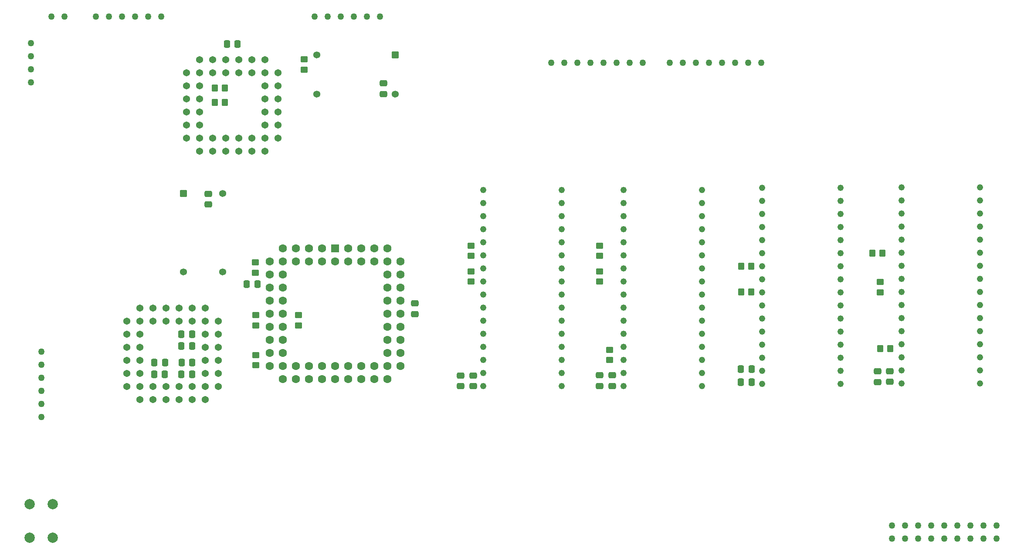
<source format=gbr>
%TF.GenerationSoftware,KiCad,Pcbnew,(6.0.0)*%
%TF.CreationDate,2024-06-19T19:19:11-04:00*%
%TF.ProjectId,MCD_Rev2,4d43445f-5265-4763-922e-6b696361645f,rev?*%
%TF.SameCoordinates,Original*%
%TF.FileFunction,Soldermask,Bot*%
%TF.FilePolarity,Negative*%
%FSLAX46Y46*%
G04 Gerber Fmt 4.6, Leading zero omitted, Abs format (unit mm)*
G04 Created by KiCad (PCBNEW (6.0.0)) date 2024-06-19 19:19:11*
%MOMM*%
%LPD*%
G01*
G04 APERTURE LIST*
G04 Aperture macros list*
%AMRoundRect*
0 Rectangle with rounded corners*
0 $1 Rounding radius*
0 $2 $3 $4 $5 $6 $7 $8 $9 X,Y pos of 4 corners*
0 Add a 4 corners polygon primitive as box body*
4,1,4,$2,$3,$4,$5,$6,$7,$8,$9,$2,$3,0*
0 Add four circle primitives for the rounded corners*
1,1,$1+$1,$2,$3*
1,1,$1+$1,$4,$5*
1,1,$1+$1,$6,$7*
1,1,$1+$1,$8,$9*
0 Add four rect primitives between the rounded corners*
20,1,$1+$1,$2,$3,$4,$5,0*
20,1,$1+$1,$4,$5,$6,$7,0*
20,1,$1+$1,$6,$7,$8,$9,0*
20,1,$1+$1,$8,$9,$2,$3,0*%
G04 Aperture macros list end*
%ADD10C,1.270000*%
%ADD11C,1.244600*%
%ADD12C,2.000000*%
%ADD13C,1.371600*%
%ADD14RoundRect,0.102000X0.579000X0.579000X-0.579000X0.579000X-0.579000X-0.579000X0.579000X-0.579000X0*%
%ADD15C,1.362000*%
%ADD16RoundRect,0.102000X-0.579000X0.579000X-0.579000X-0.579000X0.579000X-0.579000X0.579000X0.579000X0*%
%ADD17RoundRect,0.102000X-0.700000X-0.700000X0.700000X-0.700000X0.700000X0.700000X-0.700000X0.700000X0*%
%ADD18C,1.604000*%
%ADD19RoundRect,0.250000X-0.350000X-0.450000X0.350000X-0.450000X0.350000X0.450000X-0.350000X0.450000X0*%
%ADD20RoundRect,0.250000X0.350000X0.450000X-0.350000X0.450000X-0.350000X-0.450000X0.350000X-0.450000X0*%
%ADD21RoundRect,0.250000X0.475000X-0.337500X0.475000X0.337500X-0.475000X0.337500X-0.475000X-0.337500X0*%
%ADD22RoundRect,0.250000X0.450000X-0.350000X0.450000X0.350000X-0.450000X0.350000X-0.450000X-0.350000X0*%
%ADD23RoundRect,0.250000X0.337500X0.475000X-0.337500X0.475000X-0.337500X-0.475000X0.337500X-0.475000X0*%
%ADD24RoundRect,0.250000X-0.450000X0.350000X-0.450000X-0.350000X0.450000X-0.350000X0.450000X0.350000X0*%
%ADD25RoundRect,0.250000X-0.337500X-0.475000X0.337500X-0.475000X0.337500X0.475000X-0.337500X0.475000X0*%
%ADD26RoundRect,0.250000X-0.475000X0.337500X-0.475000X-0.337500X0.475000X-0.337500X0.475000X0.337500X0*%
G04 APERTURE END LIST*
D10*
%TO.C,J8*%
X130867123Y-78570000D03*
X128327123Y-78570000D03*
X125787123Y-78570000D03*
X123247123Y-78570000D03*
X120707123Y-78570000D03*
X118167123Y-78570000D03*
%TD*%
D11*
%TO.C,U4*%
X208667123Y-150370000D03*
X208667123Y-147830000D03*
X208667123Y-145290000D03*
X208667123Y-142750000D03*
X208667123Y-140210000D03*
X208667123Y-137670000D03*
X208667123Y-135130000D03*
X208667123Y-132590000D03*
X208667123Y-130050000D03*
X208667123Y-127510000D03*
X208667123Y-124970000D03*
X208667123Y-122430000D03*
X208667123Y-119890000D03*
X208667123Y-117350000D03*
X208667123Y-114810000D03*
X208667123Y-112270000D03*
X193427123Y-112270000D03*
X193427123Y-114810000D03*
X193427123Y-117350000D03*
X193427123Y-119890000D03*
X193427123Y-122430000D03*
X193427123Y-124970000D03*
X193427123Y-127510000D03*
X193427123Y-130050000D03*
X193427123Y-132590000D03*
X193427123Y-135130000D03*
X193427123Y-137670000D03*
X193427123Y-140210000D03*
X193427123Y-142750000D03*
X193427123Y-145290000D03*
X193427123Y-147830000D03*
X193427123Y-150370000D03*
%TD*%
D10*
%TO.C,J4*%
X105517123Y-83760000D03*
X105517123Y-86300000D03*
X105517123Y-88840000D03*
X105517123Y-91380000D03*
%TD*%
D11*
%TO.C,U3*%
X289907123Y-149870000D03*
X289907123Y-147330000D03*
X289907123Y-144790000D03*
X289907123Y-142250000D03*
X289907123Y-139710000D03*
X289907123Y-137170000D03*
X289907123Y-134630000D03*
X289907123Y-132090000D03*
X289907123Y-129550000D03*
X289907123Y-127010000D03*
X289907123Y-124470000D03*
X289907123Y-121930000D03*
X289907123Y-119390000D03*
X289907123Y-116850000D03*
X289907123Y-114310000D03*
X289907123Y-111770000D03*
X274667123Y-111770000D03*
X274667123Y-114310000D03*
X274667123Y-116850000D03*
X274667123Y-119390000D03*
X274667123Y-121930000D03*
X274667123Y-124470000D03*
X274667123Y-127010000D03*
X274667123Y-129550000D03*
X274667123Y-132090000D03*
X274667123Y-134630000D03*
X274667123Y-137170000D03*
X274667123Y-139710000D03*
X274667123Y-142250000D03*
X274667123Y-144790000D03*
X274667123Y-147330000D03*
X274667123Y-149870000D03*
%TD*%
D12*
%TO.C,SW1*%
X105267123Y-173320000D03*
X105267123Y-179820000D03*
X109767123Y-179820000D03*
X109767123Y-173320000D03*
%TD*%
D10*
%TO.C,J5*%
X107567123Y-156420000D03*
X107567123Y-153880000D03*
X107567123Y-151340000D03*
X107567123Y-148800000D03*
X107567123Y-146260000D03*
X107567123Y-143720000D03*
%TD*%
D11*
%TO.C,U5*%
X262837123Y-149910000D03*
X262837123Y-147370000D03*
X262837123Y-144830000D03*
X262837123Y-142290000D03*
X262837123Y-139750000D03*
X262837123Y-137210000D03*
X262837123Y-134670000D03*
X262837123Y-132130000D03*
X262837123Y-129590000D03*
X262837123Y-127050000D03*
X262837123Y-124510000D03*
X262837123Y-121970000D03*
X262837123Y-119430000D03*
X262837123Y-116890000D03*
X262837123Y-114350000D03*
X262837123Y-111810000D03*
X247597123Y-111810000D03*
X247597123Y-114350000D03*
X247597123Y-116890000D03*
X247597123Y-119430000D03*
X247597123Y-121970000D03*
X247597123Y-124510000D03*
X247597123Y-127050000D03*
X247597123Y-129590000D03*
X247597123Y-132130000D03*
X247597123Y-134670000D03*
X247597123Y-137210000D03*
X247597123Y-139750000D03*
X247597123Y-142290000D03*
X247597123Y-144830000D03*
X247597123Y-147370000D03*
X247597123Y-149910000D03*
%TD*%
%TO.C,U2*%
X235907123Y-150370000D03*
X235907123Y-147830000D03*
X235907123Y-145290000D03*
X235907123Y-142750000D03*
X235907123Y-140210000D03*
X235907123Y-137670000D03*
X235907123Y-135130000D03*
X235907123Y-132590000D03*
X235907123Y-130050000D03*
X235907123Y-127510000D03*
X235907123Y-124970000D03*
X235907123Y-122430000D03*
X235907123Y-119890000D03*
X235907123Y-117350000D03*
X235907123Y-114810000D03*
X235907123Y-112270000D03*
X220667123Y-112270000D03*
X220667123Y-114810000D03*
X220667123Y-117350000D03*
X220667123Y-119890000D03*
X220667123Y-122430000D03*
X220667123Y-124970000D03*
X220667123Y-127510000D03*
X220667123Y-130050000D03*
X220667123Y-132590000D03*
X220667123Y-135130000D03*
X220667123Y-137670000D03*
X220667123Y-140210000D03*
X220667123Y-142750000D03*
X220667123Y-145290000D03*
X220667123Y-147830000D03*
X220667123Y-150370000D03*
%TD*%
D13*
%TO.C,U6*%
X145937123Y-89520000D03*
X143397123Y-86980000D03*
X143397123Y-89520000D03*
X140857123Y-86980000D03*
X140857123Y-89520000D03*
X138317123Y-86980000D03*
X135777123Y-89520000D03*
X138317123Y-89520000D03*
X135777123Y-92060000D03*
X138317123Y-92060000D03*
X135777123Y-94600000D03*
X138317123Y-94600000D03*
X135777123Y-97140000D03*
X138317123Y-97140000D03*
X135777123Y-99680000D03*
X138317123Y-99680000D03*
X135777123Y-102220000D03*
X138317123Y-104760000D03*
X138317123Y-102220000D03*
X140857123Y-104760000D03*
X140857123Y-102220000D03*
X143397123Y-104760000D03*
X143397123Y-102220000D03*
X145937123Y-104760000D03*
X145937123Y-102220000D03*
X148477123Y-104760000D03*
X148477123Y-102220000D03*
X151017123Y-104760000D03*
X153557123Y-102220000D03*
X151017123Y-102220000D03*
X153557123Y-99680000D03*
X151017123Y-99680000D03*
X153557123Y-97140000D03*
X151017123Y-97140000D03*
X153557123Y-94600000D03*
X151017123Y-94600000D03*
X153557123Y-92060000D03*
X151017123Y-92060000D03*
X153557123Y-89520000D03*
X151017123Y-86980000D03*
X151017123Y-89520000D03*
X148477123Y-86980000D03*
X148477123Y-89520000D03*
X145937123Y-86980000D03*
%TD*%
D10*
%TO.C,J3*%
X293177123Y-177501105D03*
X293177123Y-180041105D03*
X290637123Y-177501105D03*
X290637123Y-180041105D03*
X288097123Y-177501105D03*
X288097123Y-180041105D03*
X285557123Y-177501105D03*
X285557123Y-180041105D03*
X283017123Y-177501105D03*
X283017123Y-180041105D03*
X280477123Y-177501105D03*
X280477123Y-180041105D03*
X277937123Y-177501105D03*
X277937123Y-180041105D03*
X275397123Y-177501105D03*
X275397123Y-180041105D03*
X272857123Y-177501105D03*
X272857123Y-180041105D03*
%TD*%
D14*
%TO.C,Y1*%
X176287123Y-86060000D03*
D15*
X161047123Y-86060000D03*
X161047123Y-93680000D03*
X176287123Y-93680000D03*
%TD*%
D10*
%TO.C,J1*%
X206627123Y-87570000D03*
X209167123Y-87570000D03*
X211707123Y-87570000D03*
X214247123Y-87570000D03*
X216787123Y-87570000D03*
X219327123Y-87570000D03*
X221867123Y-87570000D03*
X224407123Y-87570000D03*
%TD*%
D13*
%TO.C,U1*%
X134337123Y-137720000D03*
X131797123Y-135180000D03*
X131797123Y-137720000D03*
X129257123Y-135180000D03*
X129257123Y-137720000D03*
X126717123Y-135180000D03*
X124177123Y-137720000D03*
X126717123Y-137720000D03*
X124177123Y-140260000D03*
X126717123Y-140260000D03*
X124177123Y-142800000D03*
X126717123Y-142800000D03*
X124177123Y-145340000D03*
X126717123Y-145340000D03*
X124177123Y-147880000D03*
X126717123Y-147880000D03*
X124177123Y-150420000D03*
X126717123Y-152960000D03*
X126717123Y-150420000D03*
X129257123Y-152960000D03*
X129257123Y-150420000D03*
X131797123Y-152960000D03*
X131797123Y-150420000D03*
X134337123Y-152960000D03*
X134337123Y-150420000D03*
X136877123Y-152960000D03*
X136877123Y-150420000D03*
X139417123Y-152960000D03*
X141957123Y-150420000D03*
X139417123Y-150420000D03*
X141957123Y-147880000D03*
X139417123Y-147880000D03*
X141957123Y-145340000D03*
X139417123Y-145340000D03*
X141957123Y-142800000D03*
X139417123Y-142800000D03*
X141957123Y-140260000D03*
X139417123Y-140260000D03*
X141957123Y-137720000D03*
X139417123Y-135180000D03*
X139417123Y-137720000D03*
X136877123Y-135180000D03*
X136877123Y-137720000D03*
X134337123Y-135180000D03*
%TD*%
D16*
%TO.C,Y2*%
X135207123Y-112950000D03*
D15*
X135207123Y-128190000D03*
X142827123Y-128190000D03*
X142827123Y-112950000D03*
%TD*%
D10*
%TO.C,J6*%
X109477123Y-78570000D03*
X112017123Y-78570000D03*
%TD*%
%TO.C,J2*%
X229627123Y-87570000D03*
X232167123Y-87570000D03*
X234707123Y-87570000D03*
X237247123Y-87570000D03*
X239787123Y-87570000D03*
X242327123Y-87570000D03*
X244867123Y-87570000D03*
X247407123Y-87570000D03*
%TD*%
D17*
%TO.C,U9*%
X164667633Y-123630000D03*
D18*
X164667633Y-126170000D03*
X162127633Y-123630000D03*
X162127633Y-126170000D03*
X159587633Y-123630000D03*
X159587633Y-126170000D03*
X157047633Y-123630000D03*
X157047633Y-126170000D03*
X154507633Y-123630000D03*
X151967633Y-126170000D03*
X154507633Y-126170000D03*
X151967633Y-128710000D03*
X154507633Y-128710000D03*
X151967633Y-131250000D03*
X154507633Y-131250000D03*
X151967633Y-133790000D03*
X154507633Y-133790000D03*
X151967633Y-136330000D03*
X154507633Y-136330000D03*
X151967633Y-138870000D03*
X154507633Y-138870000D03*
X151967633Y-141410000D03*
X154507633Y-141410000D03*
X151967633Y-143950000D03*
X154507633Y-143950000D03*
X151967633Y-146490000D03*
X154507633Y-149030000D03*
X154507633Y-146490000D03*
X157047633Y-149030000D03*
X157047633Y-146490000D03*
X159587633Y-149030000D03*
X159587633Y-146490000D03*
X162127633Y-149030000D03*
X162127633Y-146490000D03*
X164667633Y-149030000D03*
X164667633Y-146490000D03*
X167207633Y-149030000D03*
X167207633Y-146490000D03*
X169747633Y-149030000D03*
X169747633Y-146490000D03*
X172287633Y-149030000D03*
X172287633Y-146490000D03*
X174827633Y-149030000D03*
X177367633Y-146490000D03*
X174827633Y-146490000D03*
X177367633Y-143950000D03*
X174827633Y-143950000D03*
X177367633Y-141410000D03*
X174827633Y-141410000D03*
X177367633Y-138870000D03*
X174827633Y-138870000D03*
X177367633Y-136330000D03*
X174827633Y-136330000D03*
X177367633Y-133790000D03*
X174827633Y-133790000D03*
X177367633Y-131250000D03*
X174827633Y-131250000D03*
X177367633Y-128710000D03*
X174827633Y-128710000D03*
X177367633Y-126170000D03*
X174827633Y-123630000D03*
X174827633Y-126170000D03*
X172287633Y-123630000D03*
X172287633Y-126170000D03*
X169747633Y-123630000D03*
X169747633Y-126170000D03*
X167207633Y-123630000D03*
X167207633Y-126170000D03*
%TD*%
D10*
%TO.C,J7*%
X173350000Y-78570000D03*
X170810000Y-78570000D03*
X168270000Y-78570000D03*
X165730000Y-78570000D03*
X163190000Y-78570000D03*
X160650000Y-78570000D03*
%TD*%
D19*
%TO.C,R11*%
X269017123Y-124570000D03*
X271017123Y-124570000D03*
%TD*%
D20*
%TO.C,R5*%
X245517123Y-132070000D03*
X243517123Y-132070000D03*
%TD*%
D21*
%TO.C,C3*%
X216017123Y-150357500D03*
X216017123Y-148282500D03*
%TD*%
D22*
%TO.C,R1*%
X157517123Y-138570000D03*
X157517123Y-136570000D03*
%TD*%
D19*
%TO.C,R24*%
X141250000Y-95250000D03*
X143250000Y-95250000D03*
%TD*%
D23*
%TO.C,C6*%
X136877123Y-145820000D03*
X134802123Y-145820000D03*
%TD*%
D24*
%TO.C,R15*%
X158667123Y-86870000D03*
X158667123Y-88870000D03*
%TD*%
D22*
%TO.C,R14*%
X270517123Y-132170000D03*
X270517123Y-130170000D03*
%TD*%
D24*
%TO.C,R7*%
X216017123Y-123070000D03*
X216017123Y-125070000D03*
%TD*%
D21*
%TO.C,C1*%
X218517123Y-150357500D03*
X218517123Y-148282500D03*
%TD*%
D24*
%TO.C,R8*%
X218017123Y-143320000D03*
X218017123Y-145320000D03*
%TD*%
D20*
%TO.C,R6*%
X245517123Y-127070000D03*
X243517123Y-127070000D03*
%TD*%
D23*
%TO.C,C22*%
X149554623Y-130570000D03*
X147479623Y-130570000D03*
%TD*%
D21*
%TO.C,C2*%
X272417123Y-149545000D03*
X272417123Y-147470000D03*
%TD*%
%TO.C,C10*%
X189017123Y-150395000D03*
X189017123Y-148320000D03*
%TD*%
%TO.C,C4*%
X270017123Y-149607500D03*
X270017123Y-147532500D03*
%TD*%
D24*
%TO.C,R9*%
X149267123Y-136570000D03*
X149267123Y-138570000D03*
%TD*%
D23*
%TO.C,C16*%
X145704623Y-83870000D03*
X143629623Y-83870000D03*
%TD*%
D22*
%TO.C,R2*%
X149267123Y-146320000D03*
X149267123Y-144320000D03*
%TD*%
D21*
%TO.C,C13*%
X191517123Y-150395000D03*
X191517123Y-148320000D03*
%TD*%
D23*
%TO.C,C9*%
X136854623Y-142570000D03*
X134779623Y-142570000D03*
%TD*%
D21*
%TO.C,C15*%
X174017123Y-93607500D03*
X174017123Y-91532500D03*
%TD*%
D19*
%TO.C,R25*%
X141250000Y-92500000D03*
X143250000Y-92500000D03*
%TD*%
D23*
%TO.C,C5*%
X136854623Y-148070000D03*
X134779623Y-148070000D03*
%TD*%
D24*
%TO.C,R3*%
X191017123Y-128070000D03*
X191017123Y-130070000D03*
%TD*%
D23*
%TO.C,C11*%
X245554623Y-147070000D03*
X243479623Y-147070000D03*
%TD*%
%TO.C,C7*%
X136854623Y-140320000D03*
X134779623Y-140320000D03*
%TD*%
D25*
%TO.C,C12*%
X129492123Y-148070000D03*
X131567123Y-148070000D03*
%TD*%
D26*
%TO.C,C17*%
X140017123Y-113032500D03*
X140017123Y-115107500D03*
%TD*%
D23*
%TO.C,C8*%
X245554623Y-149570000D03*
X243479623Y-149570000D03*
%TD*%
D21*
%TO.C,C23*%
X180167633Y-136367500D03*
X180167633Y-134292500D03*
%TD*%
D22*
%TO.C,R13*%
X149167633Y-128330000D03*
X149167633Y-126330000D03*
%TD*%
D20*
%TO.C,R12*%
X272517123Y-143070000D03*
X270517123Y-143070000D03*
%TD*%
D25*
%TO.C,C14*%
X129529623Y-145820000D03*
X131604623Y-145820000D03*
%TD*%
D24*
%TO.C,R10*%
X216017123Y-128070000D03*
X216017123Y-130070000D03*
%TD*%
%TO.C,R4*%
X191017123Y-123070000D03*
X191017123Y-125070000D03*
%TD*%
M02*

</source>
